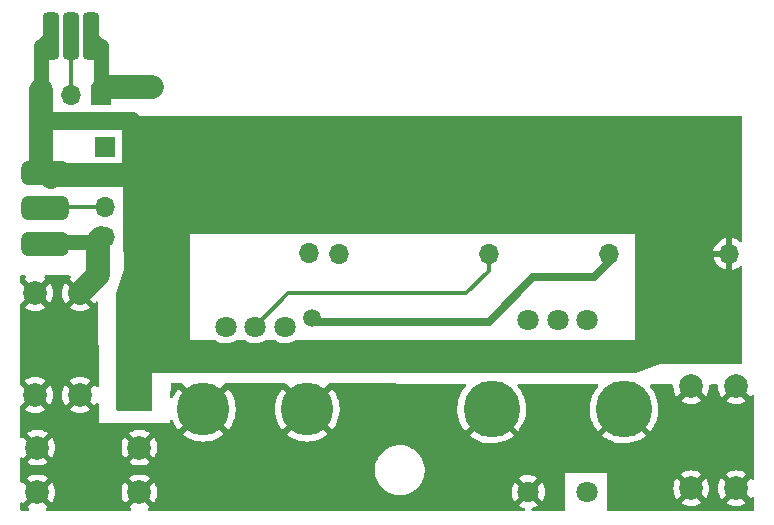
<source format=gbl>
G04 #@! TF.GenerationSoftware,KiCad,Pcbnew,(6.0.4)*
G04 #@! TF.CreationDate,2022-04-25T16:44:11-05:00*
G04 #@! TF.ProjectId,FireflyV1,46697265-666c-4795-9631-2e6b69636164,rev?*
G04 #@! TF.SameCoordinates,Original*
G04 #@! TF.FileFunction,Copper,L2,Bot*
G04 #@! TF.FilePolarity,Positive*
%FSLAX46Y46*%
G04 Gerber Fmt 4.6, Leading zero omitted, Abs format (unit mm)*
G04 Created by KiCad (PCBNEW (6.0.4)) date 2022-04-25 16:44:11*
%MOMM*%
%LPD*%
G01*
G04 APERTURE LIST*
G04 Aperture macros list*
%AMRoundRect*
0 Rectangle with rounded corners*
0 $1 Rounding radius*
0 $2 $3 $4 $5 $6 $7 $8 $9 X,Y pos of 4 corners*
0 Add a 4 corners polygon primitive as box body*
4,1,4,$2,$3,$4,$5,$6,$7,$8,$9,$2,$3,0*
0 Add four circle primitives for the rounded corners*
1,1,$1+$1,$2,$3*
1,1,$1+$1,$4,$5*
1,1,$1+$1,$6,$7*
1,1,$1+$1,$8,$9*
0 Add four rect primitives between the rounded corners*
20,1,$1+$1,$2,$3,$4,$5,0*
20,1,$1+$1,$4,$5,$6,$7,0*
20,1,$1+$1,$6,$7,$8,$9,0*
20,1,$1+$1,$8,$9,$2,$3,0*%
G04 Aperture macros list end*
G04 #@! TA.AperFunction,ComponentPad*
%ADD10C,1.800000*%
G04 #@! TD*
G04 #@! TA.AperFunction,ComponentPad*
%ADD11C,4.800000*%
G04 #@! TD*
G04 #@! TA.AperFunction,ComponentPad*
%ADD12R,1.700000X1.700000*%
G04 #@! TD*
G04 #@! TA.AperFunction,ComponentPad*
%ADD13O,1.700000X1.700000*%
G04 #@! TD*
G04 #@! TA.AperFunction,ComponentPad*
%ADD14C,2.010000*%
G04 #@! TD*
G04 #@! TA.AperFunction,ComponentPad*
%ADD15C,4.460000*%
G04 #@! TD*
G04 #@! TA.AperFunction,SMDPad,CuDef*
%ADD16RoundRect,0.337500X0.337500X-1.662500X0.337500X1.662500X-0.337500X1.662500X-0.337500X-1.662500X0*%
G04 #@! TD*
G04 #@! TA.AperFunction,SMDPad,CuDef*
%ADD17RoundRect,0.500000X-1.500000X-0.500000X1.500000X-0.500000X1.500000X0.500000X-1.500000X0.500000X0*%
G04 #@! TD*
G04 #@! TA.AperFunction,ViaPad*
%ADD18C,1.500000*%
G04 #@! TD*
G04 #@! TA.AperFunction,Conductor*
%ADD19C,1.500000*%
G04 #@! TD*
G04 #@! TA.AperFunction,Conductor*
%ADD20C,2.000000*%
G04 #@! TD*
G04 #@! TA.AperFunction,Conductor*
%ADD21C,1.300000*%
G04 #@! TD*
G04 #@! TA.AperFunction,Conductor*
%ADD22C,1.000000*%
G04 #@! TD*
G04 #@! TA.AperFunction,Conductor*
%ADD23C,0.300000*%
G04 #@! TD*
G04 #@! TA.AperFunction,Conductor*
%ADD24C,0.700000*%
G04 #@! TD*
G04 APERTURE END LIST*
D10*
X61873821Y-39320000D03*
X56873821Y-39320000D03*
X59373821Y-39320000D03*
X61873821Y-53820000D03*
X56873821Y-53820000D03*
D11*
X53773821Y-46820000D03*
X64973821Y-46820000D03*
D12*
X21000000Y-24660000D03*
D13*
X21000000Y-27200000D03*
X21000000Y-29740000D03*
X21000000Y-32280000D03*
D14*
X18921321Y-37000000D03*
X15121321Y-37000000D03*
X15121321Y-45640000D03*
X18921321Y-45640000D03*
X70673821Y-53540000D03*
X74473821Y-53540000D03*
X74473821Y-44900000D03*
X70673821Y-44900000D03*
X15313821Y-50082500D03*
X15313821Y-53882500D03*
X23953821Y-53882500D03*
X23953821Y-50082500D03*
D12*
X20703821Y-20250000D03*
D13*
X18163821Y-20250000D03*
X15623821Y-20250000D03*
X38330000Y-33650000D03*
X40870000Y-33690000D03*
X53570000Y-33690000D03*
X63730000Y-33690000D03*
X73890000Y-33690000D03*
D10*
X36253821Y-39840000D03*
X33753821Y-39840000D03*
X31253821Y-39840000D03*
D15*
X38153821Y-46840000D03*
X29353821Y-46840000D03*
D16*
X19853821Y-15250000D03*
X18153821Y-15250000D03*
X16453821Y-15250000D03*
D17*
X15993821Y-32840000D03*
X15993821Y-29840000D03*
X15993821Y-26840000D03*
D18*
X69569264Y-39000000D03*
X25000000Y-19560000D03*
X23000000Y-42000000D03*
X23000000Y-45900000D03*
X74000000Y-39000000D03*
X74000000Y-42000000D03*
X23000000Y-40000000D03*
X23000000Y-44000000D03*
X69730000Y-41940000D03*
X38574625Y-39074125D03*
D19*
X23283821Y-22400000D02*
X25083821Y-24200000D01*
X16383821Y-22400000D02*
X23283821Y-22400000D01*
X25083821Y-24200000D02*
X25123821Y-24200000D01*
X15623821Y-21640000D02*
X16383821Y-22400000D01*
D20*
X20720000Y-32380000D02*
X20433821Y-32666179D01*
D21*
X20720000Y-32380000D02*
X20460000Y-32640000D01*
D20*
X25000000Y-19560000D02*
X20923821Y-19560000D01*
D21*
X20460000Y-32640000D02*
X17633821Y-32640000D01*
D22*
X20703821Y-16100000D02*
X19853821Y-15250000D01*
D21*
X20703821Y-19780000D02*
X20703821Y-16100000D01*
D20*
X20433821Y-35487500D02*
X18921321Y-37000000D01*
X20433821Y-32666179D02*
X20433821Y-35487500D01*
D22*
X20923821Y-19560000D02*
X20703821Y-19780000D01*
D23*
X20433821Y-29740000D02*
X16093821Y-29740000D01*
X16093821Y-29740000D02*
X15993821Y-29840000D01*
X18163821Y-15260000D02*
X18153821Y-15250000D01*
X18163821Y-19780000D02*
X18163821Y-15260000D01*
D20*
X15623821Y-21640000D02*
X15623821Y-26470000D01*
D22*
X15623821Y-16080000D02*
X16453821Y-15250000D01*
X16453821Y-27200000D02*
X16093821Y-26840000D01*
D21*
X15623821Y-19780000D02*
X15623821Y-16080000D01*
D20*
X16453821Y-27200000D02*
X16653821Y-27000000D01*
X15623821Y-19780000D02*
X15623821Y-21640000D01*
X16653821Y-27000000D02*
X24603821Y-27000000D01*
D22*
X15623821Y-26470000D02*
X15993821Y-26840000D01*
D24*
X63730000Y-34360000D02*
X63730000Y-33690000D01*
X38574625Y-39074125D02*
X38930500Y-39430000D01*
X57260000Y-35680000D02*
X62410000Y-35680000D01*
X53510000Y-39430000D02*
X57260000Y-35680000D01*
X62410000Y-35680000D02*
X63730000Y-34360000D01*
X38930500Y-39430000D02*
X53510000Y-39430000D01*
D23*
X53570000Y-35093821D02*
X53570000Y-33690000D01*
X51623821Y-37040000D02*
X53570000Y-35093821D01*
X36553821Y-37040000D02*
X51623821Y-37040000D01*
X33753821Y-39840000D02*
X36553821Y-37040000D01*
G04 #@! TA.AperFunction,Conductor*
G36*
X14294756Y-35520002D02*
G01*
X14341249Y-35573658D01*
X14351353Y-35643932D01*
X14321859Y-35708512D01*
X14292469Y-35733433D01*
X14259239Y-35753796D01*
X14249778Y-35764253D01*
X14253562Y-35773031D01*
X15108509Y-36627978D01*
X15122453Y-36635592D01*
X15124286Y-36635461D01*
X15130901Y-36631210D01*
X15986037Y-35776074D01*
X15992797Y-35763694D01*
X15987069Y-35756043D01*
X15950173Y-35733433D01*
X15902541Y-35680786D01*
X15890934Y-35610744D01*
X15919037Y-35545546D01*
X15977927Y-35505892D01*
X16016007Y-35500000D01*
X18026635Y-35500000D01*
X18094756Y-35520002D01*
X18141249Y-35573658D01*
X18151353Y-35643932D01*
X18121859Y-35708512D01*
X18092469Y-35733433D01*
X18059239Y-35753796D01*
X18049778Y-35764253D01*
X18053562Y-35773031D01*
X18908509Y-36627978D01*
X18922453Y-36635592D01*
X18924286Y-36635461D01*
X18930901Y-36631210D01*
X19786037Y-35776074D01*
X19792797Y-35763694D01*
X19787069Y-35756043D01*
X19750173Y-35733433D01*
X19702541Y-35680786D01*
X19690934Y-35610744D01*
X19719037Y-35545546D01*
X19777927Y-35505892D01*
X19816007Y-35500000D01*
X20338186Y-35500000D01*
X20406307Y-35520002D01*
X20452800Y-35573658D01*
X20464185Y-35625633D01*
X20464620Y-35776074D01*
X20465782Y-36177504D01*
X20445978Y-36245683D01*
X20392457Y-36292331D01*
X20322212Y-36302638D01*
X20257546Y-36273332D01*
X20232350Y-36243704D01*
X20167524Y-36137917D01*
X20157068Y-36128457D01*
X20148290Y-36132241D01*
X19293343Y-36987188D01*
X19285729Y-37001132D01*
X19285860Y-37002965D01*
X19290111Y-37009580D01*
X20145247Y-37864716D01*
X20157627Y-37871476D01*
X20165277Y-37865749D01*
X20237087Y-37748566D01*
X20289735Y-37700935D01*
X20359776Y-37689328D01*
X20424974Y-37717431D01*
X20464628Y-37776321D01*
X20470519Y-37814033D01*
X20490825Y-44829783D01*
X20490908Y-44858506D01*
X20471104Y-44926685D01*
X20417583Y-44973333D01*
X20347338Y-44983640D01*
X20282673Y-44954334D01*
X20257476Y-44924706D01*
X20167524Y-44777917D01*
X20157068Y-44768457D01*
X20148290Y-44772241D01*
X19293343Y-45627188D01*
X19285729Y-45641132D01*
X19285860Y-45642965D01*
X19290111Y-45649580D01*
X20145247Y-46504716D01*
X20157627Y-46511476D01*
X20165277Y-46505749D01*
X20261976Y-46347950D01*
X20314624Y-46300319D01*
X20384665Y-46288712D01*
X20449863Y-46316815D01*
X20489517Y-46375705D01*
X20495408Y-46413420D01*
X20500000Y-48000000D01*
X26533821Y-48000000D01*
X26536623Y-47831436D01*
X26557755Y-47763657D01*
X26612176Y-47718062D01*
X26682608Y-47709128D01*
X26746690Y-47739690D01*
X26778112Y-47783187D01*
X26908270Y-48081817D01*
X26911712Y-48088573D01*
X27075172Y-48366627D01*
X27079395Y-48372912D01*
X27233881Y-48575338D01*
X27245407Y-48583800D01*
X27257472Y-48577139D01*
X28981799Y-46852812D01*
X28988177Y-46841132D01*
X29718229Y-46841132D01*
X29718360Y-46842965D01*
X29722611Y-46849580D01*
X31448429Y-48575398D01*
X31461552Y-48582564D01*
X31471854Y-48575174D01*
X31578981Y-48443589D01*
X31583385Y-48437462D01*
X31755511Y-48164658D01*
X31759159Y-48158022D01*
X31897255Y-47866537D01*
X31900080Y-47859510D01*
X32002162Y-47553529D01*
X32004116Y-47546237D01*
X32068701Y-47230208D01*
X32069768Y-47222707D01*
X32096041Y-46899682D01*
X32096246Y-46895204D01*
X32096802Y-46842221D01*
X32096692Y-46837789D01*
X32095322Y-46815068D01*
X35411156Y-46815068D01*
X35427193Y-47137212D01*
X35428024Y-47144741D01*
X35482646Y-47462622D01*
X35484379Y-47470009D01*
X35576794Y-47779023D01*
X35579397Y-47786136D01*
X35708270Y-48081817D01*
X35711712Y-48088573D01*
X35875172Y-48366627D01*
X35879395Y-48372912D01*
X36033881Y-48575338D01*
X36045407Y-48583800D01*
X36057472Y-48577139D01*
X37781799Y-46852812D01*
X37788177Y-46841132D01*
X38518229Y-46841132D01*
X38518360Y-46842965D01*
X38522611Y-46849580D01*
X40248429Y-48575398D01*
X40261552Y-48582564D01*
X40271854Y-48575174D01*
X40378981Y-48443589D01*
X40383385Y-48437462D01*
X40555511Y-48164658D01*
X40559159Y-48158022D01*
X40697255Y-47866537D01*
X40700080Y-47859510D01*
X40802162Y-47553529D01*
X40804116Y-47546237D01*
X40868701Y-47230208D01*
X40869768Y-47222707D01*
X40896041Y-46899682D01*
X40896246Y-46895204D01*
X40896802Y-46842221D01*
X40896692Y-46837789D01*
X40877186Y-46514242D01*
X40876278Y-46506740D01*
X40818326Y-46189424D01*
X40816525Y-46182091D01*
X40720870Y-45874031D01*
X40718198Y-45866960D01*
X40586236Y-45572646D01*
X40582719Y-45565919D01*
X40416360Y-45289598D01*
X40412070Y-45283354D01*
X40273186Y-45105272D01*
X40261394Y-45096803D01*
X40249681Y-45103350D01*
X38525843Y-46827188D01*
X38518229Y-46841132D01*
X37788177Y-46841132D01*
X37789413Y-46838868D01*
X37789282Y-46837035D01*
X37785031Y-46830420D01*
X36058918Y-45104307D01*
X36045983Y-45097244D01*
X36035421Y-45104904D01*
X35911998Y-45259790D01*
X35907642Y-45265988D01*
X35738393Y-45540562D01*
X35734813Y-45547238D01*
X35599776Y-45840156D01*
X35597027Y-45847207D01*
X35498156Y-46154234D01*
X35496273Y-46161567D01*
X35435003Y-46478248D01*
X35434016Y-46485747D01*
X35411235Y-46807487D01*
X35411156Y-46815068D01*
X32095322Y-46815068D01*
X32077186Y-46514242D01*
X32076278Y-46506740D01*
X32018326Y-46189424D01*
X32016525Y-46182091D01*
X31920870Y-45874031D01*
X31918198Y-45866960D01*
X31786236Y-45572646D01*
X31782719Y-45565919D01*
X31616360Y-45289598D01*
X31612070Y-45283354D01*
X31473186Y-45105272D01*
X31461394Y-45096803D01*
X31449681Y-45103350D01*
X29725843Y-46827188D01*
X29718229Y-46841132D01*
X28988177Y-46841132D01*
X28989413Y-46838868D01*
X28989282Y-46837035D01*
X28985031Y-46830420D01*
X27258918Y-45104307D01*
X27245983Y-45097244D01*
X27235421Y-45104904D01*
X27111998Y-45259790D01*
X27107642Y-45265988D01*
X26938393Y-45540562D01*
X26934813Y-45547238D01*
X26811462Y-45814807D01*
X26764778Y-45868296D01*
X26696586Y-45888055D01*
X26628537Y-45867810D01*
X26582236Y-45813989D01*
X26571053Y-45759962D01*
X26586513Y-44829783D01*
X26587935Y-44744233D01*
X26609067Y-44676454D01*
X26663488Y-44630859D01*
X26714250Y-44620327D01*
X27482749Y-44622349D01*
X27550816Y-44642531D01*
X27597168Y-44696308D01*
X27600538Y-44714375D01*
X27616952Y-44743921D01*
X29341009Y-46467978D01*
X29354953Y-46475592D01*
X29356786Y-46475461D01*
X29363401Y-46471210D01*
X31089742Y-44744869D01*
X31114777Y-44699022D01*
X31115040Y-44697814D01*
X31165242Y-44647611D01*
X31225959Y-44632197D01*
X36288478Y-44645517D01*
X36356545Y-44665699D01*
X36398292Y-44710329D01*
X36416954Y-44743923D01*
X38141009Y-46467978D01*
X38154953Y-46475592D01*
X38156786Y-46475461D01*
X38163401Y-46471210D01*
X39889742Y-44744869D01*
X39902812Y-44720933D01*
X39953015Y-44670730D01*
X40013730Y-44655318D01*
X51493838Y-44685523D01*
X51561904Y-44705705D01*
X51608256Y-44759482D01*
X51618175Y-44829783D01*
X51588636Y-44893517D01*
X51588801Y-44893646D01*
X51588252Y-44894346D01*
X51588019Y-44894849D01*
X51586561Y-44896503D01*
X51384109Y-45154699D01*
X51379977Y-45160644D01*
X51208541Y-45440404D01*
X51205120Y-45446783D01*
X51066973Y-45744397D01*
X51064313Y-45751116D01*
X50961289Y-46062633D01*
X50959412Y-46069637D01*
X50892877Y-46390922D01*
X50891820Y-46398082D01*
X50862653Y-46724882D01*
X50862425Y-46732134D01*
X50871014Y-47060123D01*
X50871620Y-47067339D01*
X50917852Y-47392176D01*
X50919281Y-47399265D01*
X51002541Y-47716632D01*
X51004781Y-47723527D01*
X51123964Y-48029214D01*
X51126979Y-48035801D01*
X51280512Y-48325776D01*
X51284258Y-48331961D01*
X51470101Y-48602364D01*
X51474543Y-48608090D01*
X51533443Y-48675607D01*
X51546616Y-48684011D01*
X51556467Y-48678144D01*
X53684726Y-46549885D01*
X53747038Y-46515859D01*
X53817853Y-46520924D01*
X53862916Y-46549885D01*
X55989094Y-48676063D01*
X56002448Y-48683355D01*
X56012420Y-48676301D01*
X56110049Y-48559537D01*
X56114359Y-48553734D01*
X56294504Y-48279490D01*
X56298118Y-48273228D01*
X56445546Y-47980099D01*
X56448419Y-47973461D01*
X56561176Y-47665340D01*
X56563272Y-47658399D01*
X56639865Y-47339364D01*
X56641149Y-47332225D01*
X56680665Y-47005683D01*
X56681089Y-47000113D01*
X56686661Y-46822797D01*
X56686588Y-46817204D01*
X56667653Y-46488816D01*
X56666821Y-46481626D01*
X56610410Y-46158403D01*
X56608755Y-46151348D01*
X56515571Y-45836767D01*
X56513115Y-45829942D01*
X56384389Y-45528148D01*
X56381168Y-45521659D01*
X56218599Y-45236646D01*
X56214667Y-45230591D01*
X56020414Y-44966147D01*
X56015804Y-44960576D01*
X55968165Y-44909310D01*
X55936446Y-44845793D01*
X55944102Y-44775211D01*
X55988702Y-44719972D01*
X56060797Y-44697539D01*
X62670353Y-44714929D01*
X62738420Y-44735111D01*
X62784772Y-44788888D01*
X62794691Y-44859189D01*
X62769175Y-44918676D01*
X62584109Y-45154699D01*
X62579977Y-45160644D01*
X62408541Y-45440404D01*
X62405120Y-45446783D01*
X62266973Y-45744397D01*
X62264313Y-45751116D01*
X62161289Y-46062633D01*
X62159412Y-46069637D01*
X62092877Y-46390922D01*
X62091820Y-46398082D01*
X62062653Y-46724882D01*
X62062425Y-46732134D01*
X62071014Y-47060123D01*
X62071620Y-47067339D01*
X62117852Y-47392176D01*
X62119281Y-47399265D01*
X62202541Y-47716632D01*
X62204781Y-47723527D01*
X62323964Y-48029214D01*
X62326979Y-48035801D01*
X62480512Y-48325776D01*
X62484258Y-48331961D01*
X62670101Y-48602364D01*
X62674543Y-48608090D01*
X62733443Y-48675607D01*
X62746616Y-48684011D01*
X62756467Y-48678144D01*
X64884726Y-46549885D01*
X64947038Y-46515859D01*
X65017853Y-46520924D01*
X65062916Y-46549885D01*
X67189094Y-48676063D01*
X67202448Y-48683355D01*
X67212420Y-48676301D01*
X67310049Y-48559537D01*
X67314359Y-48553734D01*
X67494504Y-48279490D01*
X67498118Y-48273228D01*
X67645546Y-47980099D01*
X67648419Y-47973461D01*
X67761176Y-47665340D01*
X67763272Y-47658399D01*
X67839865Y-47339364D01*
X67841149Y-47332225D01*
X67880665Y-47005683D01*
X67881089Y-47000113D01*
X67886661Y-46822797D01*
X67886588Y-46817204D01*
X67867653Y-46488816D01*
X67866821Y-46481626D01*
X67810410Y-46158403D01*
X67808755Y-46151348D01*
X67804299Y-46136306D01*
X69802345Y-46136306D01*
X69808072Y-46143956D01*
X69980590Y-46249675D01*
X69989384Y-46254156D01*
X70200260Y-46341504D01*
X70209645Y-46344553D01*
X70431591Y-46397838D01*
X70441338Y-46399381D01*
X70668891Y-46417290D01*
X70678751Y-46417290D01*
X70906304Y-46399381D01*
X70916051Y-46397838D01*
X71137997Y-46344553D01*
X71147382Y-46341504D01*
X71358258Y-46254156D01*
X71367052Y-46249675D01*
X71535904Y-46146203D01*
X71544858Y-46136306D01*
X73602345Y-46136306D01*
X73608072Y-46143956D01*
X73780590Y-46249675D01*
X73789384Y-46254156D01*
X74000260Y-46341504D01*
X74009645Y-46344553D01*
X74231591Y-46397838D01*
X74241338Y-46399381D01*
X74468891Y-46417290D01*
X74478751Y-46417290D01*
X74706304Y-46399381D01*
X74716051Y-46397838D01*
X74937997Y-46344553D01*
X74947382Y-46341504D01*
X75158258Y-46254156D01*
X75167052Y-46249675D01*
X75335904Y-46146203D01*
X75345364Y-46135747D01*
X75341580Y-46126969D01*
X74486633Y-45272022D01*
X74472689Y-45264408D01*
X74470856Y-45264539D01*
X74464241Y-45268790D01*
X73609105Y-46123926D01*
X73602345Y-46136306D01*
X71544858Y-46136306D01*
X71545364Y-46135747D01*
X71541580Y-46126969D01*
X70686633Y-45272022D01*
X70672689Y-45264408D01*
X70670856Y-45264539D01*
X70664241Y-45268790D01*
X69809105Y-46123926D01*
X69802345Y-46136306D01*
X67804299Y-46136306D01*
X67715571Y-45836767D01*
X67713115Y-45829942D01*
X67584389Y-45528148D01*
X67581168Y-45521659D01*
X67418599Y-45236646D01*
X67414667Y-45230591D01*
X67220414Y-44966147D01*
X67215804Y-44960576D01*
X67195615Y-44938849D01*
X67163897Y-44875332D01*
X67171553Y-44804749D01*
X67216155Y-44749511D01*
X67288247Y-44727079D01*
X67361415Y-44727271D01*
X69033417Y-44731671D01*
X69101483Y-44751852D01*
X69147835Y-44805629D01*
X69158696Y-44867554D01*
X69156531Y-44895067D01*
X69156531Y-44904930D01*
X69174440Y-45132483D01*
X69175983Y-45142230D01*
X69229268Y-45364176D01*
X69232317Y-45373561D01*
X69319665Y-45584437D01*
X69324146Y-45593231D01*
X69427618Y-45762083D01*
X69438074Y-45771543D01*
X69446852Y-45767759D01*
X70479137Y-44735474D01*
X70869533Y-44736502D01*
X71897747Y-45764716D01*
X71910127Y-45771476D01*
X71917777Y-45765749D01*
X72023496Y-45593231D01*
X72027977Y-45584437D01*
X72115325Y-45373561D01*
X72118374Y-45364176D01*
X72171659Y-45142230D01*
X72173202Y-45132483D01*
X72191111Y-44904930D01*
X72191111Y-44895072D01*
X72189625Y-44876193D01*
X72204221Y-44806713D01*
X72254063Y-44756153D01*
X72315568Y-44740306D01*
X72832631Y-44741667D01*
X72900697Y-44761848D01*
X72947049Y-44815625D01*
X72957909Y-44877554D01*
X72956531Y-44895060D01*
X72956531Y-44904930D01*
X72974440Y-45132483D01*
X72975983Y-45142230D01*
X73029268Y-45364176D01*
X73032317Y-45373561D01*
X73119665Y-45584437D01*
X73124146Y-45593231D01*
X73227618Y-45762083D01*
X73238074Y-45771543D01*
X73246852Y-45767759D01*
X74269165Y-44745446D01*
X74679557Y-44746526D01*
X75697747Y-45764716D01*
X75710127Y-45771476D01*
X75717777Y-45765749D01*
X75766567Y-45686131D01*
X75819215Y-45638500D01*
X75889256Y-45626893D01*
X75954454Y-45654996D01*
X75994108Y-45713886D01*
X76000000Y-45751966D01*
X76000000Y-52688034D01*
X75979998Y-52756155D01*
X75926342Y-52802648D01*
X75856068Y-52812752D01*
X75791488Y-52783258D01*
X75766567Y-52753869D01*
X75720024Y-52677917D01*
X75709568Y-52668457D01*
X75700790Y-52672241D01*
X74845843Y-53527188D01*
X74838229Y-53541132D01*
X74838360Y-53542965D01*
X74842611Y-53549580D01*
X75697747Y-54404716D01*
X75710127Y-54411476D01*
X75717777Y-54405749D01*
X75766567Y-54326131D01*
X75819215Y-54278500D01*
X75889256Y-54266893D01*
X75954454Y-54294996D01*
X75994108Y-54353886D01*
X76000000Y-54391966D01*
X76000000Y-55305500D01*
X75979998Y-55373621D01*
X75926342Y-55420114D01*
X75874000Y-55431500D01*
X63624548Y-55431500D01*
X63556427Y-55411498D01*
X63509934Y-55357842D01*
X63498548Y-55305440D01*
X63498800Y-54776306D01*
X69802345Y-54776306D01*
X69808072Y-54783956D01*
X69980590Y-54889675D01*
X69989384Y-54894156D01*
X70200260Y-54981504D01*
X70209645Y-54984553D01*
X70431591Y-55037838D01*
X70441338Y-55039381D01*
X70668891Y-55057290D01*
X70678751Y-55057290D01*
X70906304Y-55039381D01*
X70916051Y-55037838D01*
X71137997Y-54984553D01*
X71147382Y-54981504D01*
X71358258Y-54894156D01*
X71367052Y-54889675D01*
X71535904Y-54786203D01*
X71544858Y-54776306D01*
X73602345Y-54776306D01*
X73608072Y-54783956D01*
X73780590Y-54889675D01*
X73789384Y-54894156D01*
X74000260Y-54981504D01*
X74009645Y-54984553D01*
X74231591Y-55037838D01*
X74241338Y-55039381D01*
X74468891Y-55057290D01*
X74478751Y-55057290D01*
X74706304Y-55039381D01*
X74716051Y-55037838D01*
X74937997Y-54984553D01*
X74947382Y-54981504D01*
X75158258Y-54894156D01*
X75167052Y-54889675D01*
X75335904Y-54786203D01*
X75345364Y-54775747D01*
X75341580Y-54766969D01*
X74486633Y-53912022D01*
X74472689Y-53904408D01*
X74470856Y-53904539D01*
X74464241Y-53908790D01*
X73609105Y-54763926D01*
X73602345Y-54776306D01*
X71544858Y-54776306D01*
X71545364Y-54775747D01*
X71541580Y-54766969D01*
X70686633Y-53912022D01*
X70672689Y-53904408D01*
X70670856Y-53904539D01*
X70664241Y-53908790D01*
X69809105Y-54763926D01*
X69802345Y-54776306D01*
X63498800Y-54776306D01*
X63499387Y-53544930D01*
X69156531Y-53544930D01*
X69174440Y-53772483D01*
X69175983Y-53782230D01*
X69229268Y-54004176D01*
X69232317Y-54013561D01*
X69319665Y-54224437D01*
X69324146Y-54233231D01*
X69427618Y-54402083D01*
X69438074Y-54411543D01*
X69446852Y-54407759D01*
X70301799Y-53552812D01*
X70308177Y-53541132D01*
X71038229Y-53541132D01*
X71038360Y-53542965D01*
X71042611Y-53549580D01*
X71897747Y-54404716D01*
X71910127Y-54411476D01*
X71917777Y-54405749D01*
X72023496Y-54233231D01*
X72027977Y-54224437D01*
X72115325Y-54013561D01*
X72118374Y-54004176D01*
X72171659Y-53782230D01*
X72173202Y-53772483D01*
X72191111Y-53544930D01*
X72956531Y-53544930D01*
X72974440Y-53772483D01*
X72975983Y-53782230D01*
X73029268Y-54004176D01*
X73032317Y-54013561D01*
X73119665Y-54224437D01*
X73124146Y-54233231D01*
X73227618Y-54402083D01*
X73238074Y-54411543D01*
X73246852Y-54407759D01*
X74101799Y-53552812D01*
X74109413Y-53538868D01*
X74109282Y-53537035D01*
X74105031Y-53530420D01*
X73249895Y-52675284D01*
X73237515Y-52668524D01*
X73229865Y-52674251D01*
X73124146Y-52846769D01*
X73119665Y-52855563D01*
X73032317Y-53066439D01*
X73029268Y-53075824D01*
X72975983Y-53297770D01*
X72974440Y-53307517D01*
X72956531Y-53535070D01*
X72956531Y-53544930D01*
X72191111Y-53544930D01*
X72191111Y-53535070D01*
X72173202Y-53307517D01*
X72171659Y-53297770D01*
X72118374Y-53075824D01*
X72115325Y-53066439D01*
X72027977Y-52855563D01*
X72023496Y-52846769D01*
X71920024Y-52677917D01*
X71909568Y-52668457D01*
X71900790Y-52672241D01*
X71045843Y-53527188D01*
X71038229Y-53541132D01*
X70308177Y-53541132D01*
X70309413Y-53538868D01*
X70309282Y-53537035D01*
X70305031Y-53530420D01*
X69449895Y-52675284D01*
X69437515Y-52668524D01*
X69429865Y-52674251D01*
X69324146Y-52846769D01*
X69319665Y-52855563D01*
X69232317Y-53066439D01*
X69229268Y-53075824D01*
X69175983Y-53297770D01*
X69174440Y-53307517D01*
X69156531Y-53535070D01*
X69156531Y-53544930D01*
X63499387Y-53544930D01*
X63499432Y-53449661D01*
X63499977Y-52304253D01*
X69802278Y-52304253D01*
X69806062Y-52313031D01*
X70661009Y-53167978D01*
X70674953Y-53175592D01*
X70676786Y-53175461D01*
X70683401Y-53171210D01*
X71538537Y-52316074D01*
X71544992Y-52304253D01*
X73602278Y-52304253D01*
X73606062Y-52313031D01*
X74461009Y-53167978D01*
X74474953Y-53175592D01*
X74476786Y-53175461D01*
X74483401Y-53171210D01*
X75338537Y-52316074D01*
X75345297Y-52303694D01*
X75339570Y-52296044D01*
X75167052Y-52190325D01*
X75158258Y-52185844D01*
X74947382Y-52098496D01*
X74937997Y-52095447D01*
X74716051Y-52042162D01*
X74706304Y-52040619D01*
X74478751Y-52022710D01*
X74468891Y-52022710D01*
X74241338Y-52040619D01*
X74231591Y-52042162D01*
X74009645Y-52095447D01*
X74000260Y-52098496D01*
X73789384Y-52185844D01*
X73780590Y-52190325D01*
X73611738Y-52293797D01*
X73602278Y-52304253D01*
X71544992Y-52304253D01*
X71545297Y-52303694D01*
X71539570Y-52296044D01*
X71367052Y-52190325D01*
X71358258Y-52185844D01*
X71147382Y-52098496D01*
X71137997Y-52095447D01*
X70916051Y-52042162D01*
X70906304Y-52040619D01*
X70678751Y-52022710D01*
X70668891Y-52022710D01*
X70441338Y-52040619D01*
X70431591Y-52042162D01*
X70209645Y-52095447D01*
X70200260Y-52098496D01*
X69989384Y-52185844D01*
X69980590Y-52190325D01*
X69811738Y-52293797D01*
X69802278Y-52304253D01*
X63499977Y-52304253D01*
X63500000Y-52256843D01*
X63486413Y-52256855D01*
X63486412Y-52256855D01*
X61999252Y-52258197D01*
X60000000Y-52260000D01*
X60000000Y-55305500D01*
X59979998Y-55373621D01*
X59926342Y-55420114D01*
X59874000Y-55431500D01*
X57260895Y-55431500D01*
X57192774Y-55411498D01*
X57146281Y-55357842D01*
X57136177Y-55287568D01*
X57165671Y-55222988D01*
X57224688Y-55184814D01*
X57384378Y-55136905D01*
X57393973Y-55133144D01*
X57592599Y-55035838D01*
X57601457Y-55030559D01*
X57658918Y-54989572D01*
X57667318Y-54978874D01*
X57660331Y-54965721D01*
X56886632Y-54192021D01*
X56872689Y-54184408D01*
X56870855Y-54184539D01*
X56864241Y-54188790D01*
X56084001Y-54969031D01*
X56077244Y-54981406D01*
X56082525Y-54988461D01*
X56258901Y-55091527D01*
X56268184Y-55095974D01*
X56474824Y-55174883D01*
X56484721Y-55177759D01*
X56505711Y-55182029D01*
X56568476Y-55215211D01*
X56603339Y-55277058D01*
X56599230Y-55347936D01*
X56557454Y-55405340D01*
X56491275Y-55431046D01*
X56480591Y-55431500D01*
X24768546Y-55431500D01*
X24700425Y-55411498D01*
X24653932Y-55357842D01*
X24643828Y-55287568D01*
X24673322Y-55222988D01*
X24702711Y-55198067D01*
X24815904Y-55128703D01*
X24825364Y-55118247D01*
X24821580Y-55109469D01*
X23966633Y-54254522D01*
X23952689Y-54246908D01*
X23950856Y-54247039D01*
X23944241Y-54251290D01*
X23089105Y-55106426D01*
X23082345Y-55118806D01*
X23088072Y-55126456D01*
X23204931Y-55198067D01*
X23252562Y-55250715D01*
X23264169Y-55320756D01*
X23236066Y-55385954D01*
X23177176Y-55425608D01*
X23139096Y-55431500D01*
X16128546Y-55431500D01*
X16060425Y-55411498D01*
X16013932Y-55357842D01*
X16003828Y-55287568D01*
X16033322Y-55222988D01*
X16062711Y-55198067D01*
X16175904Y-55128703D01*
X16185364Y-55118247D01*
X16181580Y-55109469D01*
X15326633Y-54254522D01*
X15312689Y-54246908D01*
X15310856Y-54247039D01*
X15304241Y-54251290D01*
X14449105Y-55106426D01*
X14442345Y-55118806D01*
X14448072Y-55126456D01*
X14564931Y-55198067D01*
X14612562Y-55250715D01*
X14624169Y-55320756D01*
X14596066Y-55385954D01*
X14537176Y-55425608D01*
X14499096Y-55431500D01*
X13984500Y-55431500D01*
X13916379Y-55411498D01*
X13869886Y-55357842D01*
X13858500Y-55305500D01*
X13858500Y-54839298D01*
X13878502Y-54771177D01*
X13932158Y-54724684D01*
X14002432Y-54714580D01*
X14069032Y-54745862D01*
X14078074Y-54754043D01*
X14086852Y-54750259D01*
X14941799Y-53895312D01*
X14948177Y-53883632D01*
X15678229Y-53883632D01*
X15678360Y-53885465D01*
X15682611Y-53892080D01*
X16537747Y-54747216D01*
X16550127Y-54753976D01*
X16557777Y-54748249D01*
X16663496Y-54575731D01*
X16667977Y-54566937D01*
X16755325Y-54356061D01*
X16758374Y-54346676D01*
X16811659Y-54124730D01*
X16813202Y-54114983D01*
X16831111Y-53887430D01*
X22436531Y-53887430D01*
X22454440Y-54114983D01*
X22455983Y-54124730D01*
X22509268Y-54346676D01*
X22512317Y-54356061D01*
X22599665Y-54566937D01*
X22604146Y-54575731D01*
X22707618Y-54744583D01*
X22718074Y-54754043D01*
X22726852Y-54750259D01*
X23581799Y-53895312D01*
X23588177Y-53883632D01*
X24318229Y-53883632D01*
X24318360Y-53885465D01*
X24322611Y-53892080D01*
X25177747Y-54747216D01*
X25190127Y-54753976D01*
X25197777Y-54748249D01*
X25303496Y-54575731D01*
X25307977Y-54566937D01*
X25395325Y-54356061D01*
X25398374Y-54346676D01*
X25451659Y-54124730D01*
X25453202Y-54114983D01*
X25471111Y-53887430D01*
X25471111Y-53877570D01*
X25453202Y-53650017D01*
X25451659Y-53640270D01*
X25398374Y-53418324D01*
X25395325Y-53408939D01*
X25307977Y-53198063D01*
X25303496Y-53189269D01*
X25200024Y-53020417D01*
X25189568Y-53010957D01*
X25180790Y-53014741D01*
X24325843Y-53869688D01*
X24318229Y-53883632D01*
X23588177Y-53883632D01*
X23589413Y-53881368D01*
X23589282Y-53879535D01*
X23585031Y-53872920D01*
X22729895Y-53017784D01*
X22717515Y-53011024D01*
X22709865Y-53016751D01*
X22604146Y-53189269D01*
X22599665Y-53198063D01*
X22512317Y-53408939D01*
X22509268Y-53418324D01*
X22455983Y-53640270D01*
X22454440Y-53650017D01*
X22436531Y-53877570D01*
X22436531Y-53887430D01*
X16831111Y-53887430D01*
X16831111Y-53877570D01*
X16813202Y-53650017D01*
X16811659Y-53640270D01*
X16758374Y-53418324D01*
X16755325Y-53408939D01*
X16667977Y-53198063D01*
X16663496Y-53189269D01*
X16560024Y-53020417D01*
X16549568Y-53010957D01*
X16540790Y-53014741D01*
X15685843Y-53869688D01*
X15678229Y-53883632D01*
X14948177Y-53883632D01*
X14949413Y-53881368D01*
X14949282Y-53879535D01*
X14945031Y-53872920D01*
X14089895Y-53017784D01*
X14077515Y-53011024D01*
X14060009Y-53024129D01*
X13993489Y-53048940D01*
X13924115Y-53033849D01*
X13873913Y-52983647D01*
X13858500Y-52923261D01*
X13858500Y-52646753D01*
X14442278Y-52646753D01*
X14446062Y-52655531D01*
X15301009Y-53510478D01*
X15314953Y-53518092D01*
X15316786Y-53517961D01*
X15323401Y-53513710D01*
X16178537Y-52658574D01*
X16184992Y-52646753D01*
X23082278Y-52646753D01*
X23086062Y-52655531D01*
X23941009Y-53510478D01*
X23954953Y-53518092D01*
X23956786Y-53517961D01*
X23963401Y-53513710D01*
X24818537Y-52658574D01*
X24825297Y-52646194D01*
X24819570Y-52638544D01*
X24647052Y-52532825D01*
X24638258Y-52528344D01*
X24427382Y-52440996D01*
X24417997Y-52437947D01*
X24196051Y-52384662D01*
X24186304Y-52383119D01*
X23958751Y-52365210D01*
X23948891Y-52365210D01*
X23721338Y-52383119D01*
X23711591Y-52384662D01*
X23489645Y-52437947D01*
X23480260Y-52440996D01*
X23269384Y-52528344D01*
X23260590Y-52532825D01*
X23091738Y-52636297D01*
X23082278Y-52646753D01*
X16184992Y-52646753D01*
X16185297Y-52646194D01*
X16179570Y-52638544D01*
X16007052Y-52532825D01*
X15998258Y-52528344D01*
X15787382Y-52440996D01*
X15777997Y-52437947D01*
X15556051Y-52384662D01*
X15546304Y-52383119D01*
X15318751Y-52365210D01*
X15308891Y-52365210D01*
X15081338Y-52383119D01*
X15071591Y-52384662D01*
X14849645Y-52437947D01*
X14840260Y-52440996D01*
X14629384Y-52528344D01*
X14620590Y-52532825D01*
X14451738Y-52636297D01*
X14442278Y-52646753D01*
X13858500Y-52646753D01*
X13858500Y-52132703D01*
X43890743Y-52132703D01*
X43928268Y-52417734D01*
X44004129Y-52695036D01*
X44116923Y-52959476D01*
X44264561Y-53206161D01*
X44444313Y-53430528D01*
X44652851Y-53628423D01*
X44842936Y-53765013D01*
X44864278Y-53780349D01*
X44886317Y-53796186D01*
X44890112Y-53798195D01*
X44890113Y-53798196D01*
X44911869Y-53809715D01*
X45140392Y-53930712D01*
X45164699Y-53939607D01*
X45366788Y-54013561D01*
X45410373Y-54029511D01*
X45691264Y-54090755D01*
X45719841Y-54093004D01*
X45914282Y-54108307D01*
X45914291Y-54108307D01*
X45916739Y-54108500D01*
X46072271Y-54108500D01*
X46074407Y-54108354D01*
X46074418Y-54108354D01*
X46282548Y-54094165D01*
X46282554Y-54094164D01*
X46286825Y-54093873D01*
X46291020Y-54093004D01*
X46291022Y-54093004D01*
X46427583Y-54064724D01*
X46568342Y-54035574D01*
X46839343Y-53939607D01*
X47064560Y-53823364D01*
X47091005Y-53809715D01*
X47091006Y-53809715D01*
X47094812Y-53807750D01*
X47098313Y-53805289D01*
X47098317Y-53805287D01*
X47119160Y-53790638D01*
X55461714Y-53790638D01*
X55474448Y-54011468D01*
X55475882Y-54021670D01*
X55524506Y-54237439D01*
X55527594Y-54247292D01*
X55610807Y-54452220D01*
X55615455Y-54461421D01*
X55703918Y-54605781D01*
X55714374Y-54615242D01*
X55723152Y-54611458D01*
X56501800Y-53832811D01*
X56508177Y-53821132D01*
X57238229Y-53821132D01*
X57238360Y-53822966D01*
X57242611Y-53829580D01*
X58020128Y-54607096D01*
X58032134Y-54613652D01*
X58043873Y-54604684D01*
X58081831Y-54551859D01*
X58087142Y-54543020D01*
X58185139Y-54344737D01*
X58188938Y-54335142D01*
X58253236Y-54123517D01*
X58255415Y-54113436D01*
X58284523Y-53892338D01*
X58285042Y-53885663D01*
X58286565Y-53823364D01*
X58286371Y-53816646D01*
X58268100Y-53594400D01*
X58266417Y-53584238D01*
X58212531Y-53369708D01*
X58209210Y-53359953D01*
X58121014Y-53157118D01*
X58116136Y-53148020D01*
X58043045Y-53035038D01*
X58032359Y-53025835D01*
X58022794Y-53030238D01*
X57245842Y-53807189D01*
X57238229Y-53821132D01*
X56508177Y-53821132D01*
X56509413Y-53818868D01*
X56509282Y-53817034D01*
X56505031Y-53810420D01*
X55727683Y-53033073D01*
X55716151Y-53026776D01*
X55703869Y-53036399D01*
X55648288Y-53117877D01*
X55643200Y-53126833D01*
X55550073Y-53327459D01*
X55546510Y-53337146D01*
X55487402Y-53550280D01*
X55485471Y-53560400D01*
X55461966Y-53780349D01*
X55461714Y-53790638D01*
X47119160Y-53790638D01*
X47319243Y-53650017D01*
X47330023Y-53642441D01*
X47408403Y-53569606D01*
X47537479Y-53449661D01*
X47537481Y-53449658D01*
X47540622Y-53446740D01*
X47722713Y-53224268D01*
X47872927Y-52979142D01*
X47988483Y-52715898D01*
X48000347Y-52674251D01*
X48004204Y-52660711D01*
X56079329Y-52660711D01*
X56086072Y-52673040D01*
X56861010Y-53447979D01*
X56874953Y-53455592D01*
X56876787Y-53455461D01*
X56883401Y-53451210D01*
X57662815Y-52671795D01*
X57669832Y-52658944D01*
X57662058Y-52648274D01*
X57659723Y-52646430D01*
X57651141Y-52640729D01*
X57457499Y-52533833D01*
X57448093Y-52529606D01*
X57239593Y-52455772D01*
X57229630Y-52453140D01*
X57011868Y-52414350D01*
X57001617Y-52413381D01*
X56780437Y-52410679D01*
X56770153Y-52411399D01*
X56551514Y-52444855D01*
X56541487Y-52447244D01*
X56331247Y-52515961D01*
X56321737Y-52519958D01*
X56125546Y-52622089D01*
X56116828Y-52627578D01*
X56087782Y-52649386D01*
X56079329Y-52660711D01*
X48004204Y-52660711D01*
X48044298Y-52519958D01*
X48067244Y-52439406D01*
X48107751Y-52154784D01*
X48107845Y-52136951D01*
X48109235Y-51871583D01*
X48109235Y-51871576D01*
X48109257Y-51867297D01*
X48071732Y-51582266D01*
X48056628Y-51527053D01*
X48002365Y-51328703D01*
X47995871Y-51304964D01*
X47883077Y-51040524D01*
X47735439Y-50793839D01*
X47555687Y-50569472D01*
X47347149Y-50371577D01*
X47113683Y-50203814D01*
X47091843Y-50192250D01*
X47068654Y-50179972D01*
X46859608Y-50069288D01*
X46589627Y-49970489D01*
X46308736Y-49909245D01*
X46277685Y-49906801D01*
X46085718Y-49891693D01*
X46085709Y-49891693D01*
X46083261Y-49891500D01*
X45927729Y-49891500D01*
X45925593Y-49891646D01*
X45925582Y-49891646D01*
X45717452Y-49905835D01*
X45717446Y-49905836D01*
X45713175Y-49906127D01*
X45708980Y-49906996D01*
X45708978Y-49906996D01*
X45572417Y-49935276D01*
X45431658Y-49964426D01*
X45160657Y-50060393D01*
X44905188Y-50192250D01*
X44901687Y-50194711D01*
X44901683Y-50194713D01*
X44891594Y-50201804D01*
X44669977Y-50357559D01*
X44654892Y-50371577D01*
X44565633Y-50454522D01*
X44459378Y-50553260D01*
X44277287Y-50775732D01*
X44127073Y-51020858D01*
X44011517Y-51284102D01*
X44010342Y-51288229D01*
X44010341Y-51288230D01*
X44001631Y-51318806D01*
X43932756Y-51560594D01*
X43892249Y-51845216D01*
X43892227Y-51849505D01*
X43892226Y-51849512D01*
X43891319Y-52022710D01*
X43890743Y-52132703D01*
X13858500Y-52132703D01*
X13858500Y-51318806D01*
X14442345Y-51318806D01*
X14448072Y-51326456D01*
X14620590Y-51432175D01*
X14629384Y-51436656D01*
X14840260Y-51524004D01*
X14849645Y-51527053D01*
X15071591Y-51580338D01*
X15081338Y-51581881D01*
X15308891Y-51599790D01*
X15318751Y-51599790D01*
X15546304Y-51581881D01*
X15556051Y-51580338D01*
X15777997Y-51527053D01*
X15787382Y-51524004D01*
X15998258Y-51436656D01*
X16007052Y-51432175D01*
X16175904Y-51328703D01*
X16184858Y-51318806D01*
X23082345Y-51318806D01*
X23088072Y-51326456D01*
X23260590Y-51432175D01*
X23269384Y-51436656D01*
X23480260Y-51524004D01*
X23489645Y-51527053D01*
X23711591Y-51580338D01*
X23721338Y-51581881D01*
X23948891Y-51599790D01*
X23958751Y-51599790D01*
X24186304Y-51581881D01*
X24196051Y-51580338D01*
X24417997Y-51527053D01*
X24427382Y-51524004D01*
X24638258Y-51436656D01*
X24647052Y-51432175D01*
X24815904Y-51328703D01*
X24825364Y-51318247D01*
X24821580Y-51309469D01*
X23966633Y-50454522D01*
X23952689Y-50446908D01*
X23950856Y-50447039D01*
X23944241Y-50451290D01*
X23089105Y-51306426D01*
X23082345Y-51318806D01*
X16184858Y-51318806D01*
X16185364Y-51318247D01*
X16181580Y-51309469D01*
X15326633Y-50454522D01*
X15312689Y-50446908D01*
X15310856Y-50447039D01*
X15304241Y-50451290D01*
X14449105Y-51306426D01*
X14442345Y-51318806D01*
X13858500Y-51318806D01*
X13858500Y-51039298D01*
X13878502Y-50971177D01*
X13932158Y-50924684D01*
X14002432Y-50914580D01*
X14069032Y-50945862D01*
X14078074Y-50954043D01*
X14086852Y-50950259D01*
X14941799Y-50095312D01*
X14948177Y-50083632D01*
X15678229Y-50083632D01*
X15678360Y-50085465D01*
X15682611Y-50092080D01*
X16537747Y-50947216D01*
X16550127Y-50953976D01*
X16557777Y-50948249D01*
X16663496Y-50775731D01*
X16667977Y-50766937D01*
X16755325Y-50556061D01*
X16758374Y-50546676D01*
X16811659Y-50324730D01*
X16813202Y-50314983D01*
X16831111Y-50087430D01*
X22436531Y-50087430D01*
X22454440Y-50314983D01*
X22455983Y-50324730D01*
X22509268Y-50546676D01*
X22512317Y-50556061D01*
X22599665Y-50766937D01*
X22604146Y-50775731D01*
X22707618Y-50944583D01*
X22718074Y-50954043D01*
X22726852Y-50950259D01*
X23581799Y-50095312D01*
X23588177Y-50083632D01*
X24318229Y-50083632D01*
X24318360Y-50085465D01*
X24322611Y-50092080D01*
X25177747Y-50947216D01*
X25190127Y-50953976D01*
X25197777Y-50948249D01*
X25303496Y-50775731D01*
X25307977Y-50766937D01*
X25395325Y-50556061D01*
X25398374Y-50546676D01*
X25451659Y-50324730D01*
X25453202Y-50314983D01*
X25471111Y-50087430D01*
X25471111Y-50077570D01*
X25453202Y-49850017D01*
X25451659Y-49840270D01*
X25398374Y-49618324D01*
X25395325Y-49608939D01*
X25307977Y-49398063D01*
X25303496Y-49389269D01*
X25200024Y-49220417D01*
X25189568Y-49210957D01*
X25180790Y-49214741D01*
X24325843Y-50069688D01*
X24318229Y-50083632D01*
X23588177Y-50083632D01*
X23589413Y-50081368D01*
X23589282Y-50079535D01*
X23585031Y-50072920D01*
X22729895Y-49217784D01*
X22717515Y-49211024D01*
X22709865Y-49216751D01*
X22604146Y-49389269D01*
X22599665Y-49398063D01*
X22512317Y-49608939D01*
X22509268Y-49618324D01*
X22455983Y-49840270D01*
X22454440Y-49850017D01*
X22436531Y-50077570D01*
X22436531Y-50087430D01*
X16831111Y-50087430D01*
X16831111Y-50077570D01*
X16813202Y-49850017D01*
X16811659Y-49840270D01*
X16758374Y-49618324D01*
X16755325Y-49608939D01*
X16667977Y-49398063D01*
X16663496Y-49389269D01*
X16560024Y-49220417D01*
X16549568Y-49210957D01*
X16540790Y-49214741D01*
X15685843Y-50069688D01*
X15678229Y-50083632D01*
X14948177Y-50083632D01*
X14949413Y-50081368D01*
X14949282Y-50079535D01*
X14945031Y-50072920D01*
X14089895Y-49217784D01*
X14077515Y-49211024D01*
X14060009Y-49224129D01*
X13993489Y-49248940D01*
X13924115Y-49233849D01*
X13873913Y-49183647D01*
X13858500Y-49123261D01*
X13858500Y-48846753D01*
X14442278Y-48846753D01*
X14446062Y-48855531D01*
X15301009Y-49710478D01*
X15314953Y-49718092D01*
X15316786Y-49717961D01*
X15323401Y-49713710D01*
X16178537Y-48858574D01*
X16184992Y-48846753D01*
X23082278Y-48846753D01*
X23086062Y-48855531D01*
X23941009Y-49710478D01*
X23954953Y-49718092D01*
X23956786Y-49717961D01*
X23963401Y-49713710D01*
X24729353Y-48947758D01*
X27611187Y-48947758D01*
X27618712Y-48958191D01*
X27761894Y-49073518D01*
X27768078Y-49077912D01*
X28041745Y-49248586D01*
X28048416Y-49252208D01*
X28340611Y-49388772D01*
X28347665Y-49391565D01*
X28654154Y-49492036D01*
X28661486Y-49493960D01*
X28977835Y-49556885D01*
X28985333Y-49557913D01*
X29306959Y-49582379D01*
X29314522Y-49582497D01*
X29636748Y-49568147D01*
X29644289Y-49567355D01*
X29962455Y-49514397D01*
X29969833Y-49512707D01*
X30279356Y-49421903D01*
X30286451Y-49419349D01*
X30582816Y-49292020D01*
X30589589Y-49288614D01*
X30868494Y-49126612D01*
X30874809Y-49122416D01*
X31089546Y-48960308D01*
X31098002Y-48948917D01*
X31097366Y-48947758D01*
X36411187Y-48947758D01*
X36418712Y-48958191D01*
X36561894Y-49073518D01*
X36568078Y-49077912D01*
X36841745Y-49248586D01*
X36848416Y-49252208D01*
X37140611Y-49388772D01*
X37147665Y-49391565D01*
X37454154Y-49492036D01*
X37461486Y-49493960D01*
X37777835Y-49556885D01*
X37785333Y-49557913D01*
X38106959Y-49582379D01*
X38114522Y-49582497D01*
X38436748Y-49568147D01*
X38444289Y-49567355D01*
X38762455Y-49514397D01*
X38769833Y-49512707D01*
X39079356Y-49421903D01*
X39086451Y-49419349D01*
X39382816Y-49292020D01*
X39389589Y-49288614D01*
X39668494Y-49126612D01*
X39674809Y-49122416D01*
X39769559Y-49050888D01*
X51908473Y-49050888D01*
X51908491Y-49051141D01*
X51914405Y-49059884D01*
X51937973Y-49081329D01*
X51943600Y-49085886D01*
X52210046Y-49277346D01*
X52216176Y-49281236D01*
X52502853Y-49440799D01*
X52509373Y-49443951D01*
X52812501Y-49569510D01*
X52819352Y-49571896D01*
X53134884Y-49661778D01*
X53141973Y-49663363D01*
X53465757Y-49716385D01*
X53472963Y-49717142D01*
X53800698Y-49732597D01*
X53807948Y-49732521D01*
X54135277Y-49710207D01*
X54142486Y-49709296D01*
X54465087Y-49649505D01*
X54472117Y-49647778D01*
X54785724Y-49551300D01*
X54792501Y-49548780D01*
X55092952Y-49416891D01*
X55099387Y-49413612D01*
X55382671Y-49248075D01*
X55388720Y-49244056D01*
X55631224Y-49061979D01*
X55639502Y-49050888D01*
X63108473Y-49050888D01*
X63108491Y-49051141D01*
X63114405Y-49059884D01*
X63137973Y-49081329D01*
X63143600Y-49085886D01*
X63410046Y-49277346D01*
X63416176Y-49281236D01*
X63702853Y-49440799D01*
X63709373Y-49443951D01*
X64012501Y-49569510D01*
X64019352Y-49571896D01*
X64334884Y-49661778D01*
X64341973Y-49663363D01*
X64665757Y-49716385D01*
X64672963Y-49717142D01*
X65000698Y-49732597D01*
X65007948Y-49732521D01*
X65335277Y-49710207D01*
X65342486Y-49709296D01*
X65665087Y-49649505D01*
X65672117Y-49647778D01*
X65985724Y-49551300D01*
X65992501Y-49548780D01*
X66292952Y-49416891D01*
X66299387Y-49413612D01*
X66582671Y-49248075D01*
X66588720Y-49244056D01*
X66831224Y-49061979D01*
X66839678Y-49050652D01*
X66832933Y-49038322D01*
X64986633Y-47192022D01*
X64972689Y-47184408D01*
X64970856Y-47184539D01*
X64964241Y-47188790D01*
X63116087Y-49036944D01*
X63108473Y-49050888D01*
X55639502Y-49050888D01*
X55639678Y-49050652D01*
X55632933Y-49038322D01*
X53786633Y-47192022D01*
X53772689Y-47184408D01*
X53770856Y-47184539D01*
X53764241Y-47188790D01*
X51916087Y-49036944D01*
X51908473Y-49050888D01*
X39769559Y-49050888D01*
X39889546Y-48960308D01*
X39898002Y-48948917D01*
X39891284Y-48936673D01*
X38166633Y-47212022D01*
X38152689Y-47204408D01*
X38150856Y-47204539D01*
X38144241Y-47208790D01*
X36418302Y-48934729D01*
X36411187Y-48947758D01*
X31097366Y-48947758D01*
X31091284Y-48936673D01*
X29366633Y-47212022D01*
X29352689Y-47204408D01*
X29350856Y-47204539D01*
X29344241Y-47208790D01*
X27618302Y-48934729D01*
X27611187Y-48947758D01*
X24729353Y-48947758D01*
X24818537Y-48858574D01*
X24825297Y-48846194D01*
X24819570Y-48838544D01*
X24647052Y-48732825D01*
X24638258Y-48728344D01*
X24427382Y-48640996D01*
X24417997Y-48637947D01*
X24196051Y-48584662D01*
X24186304Y-48583119D01*
X23958751Y-48565210D01*
X23948891Y-48565210D01*
X23721338Y-48583119D01*
X23711591Y-48584662D01*
X23489645Y-48637947D01*
X23480260Y-48640996D01*
X23269384Y-48728344D01*
X23260590Y-48732825D01*
X23091738Y-48836297D01*
X23082278Y-48846753D01*
X16184992Y-48846753D01*
X16185297Y-48846194D01*
X16179570Y-48838544D01*
X16007052Y-48732825D01*
X15998258Y-48728344D01*
X15787382Y-48640996D01*
X15777997Y-48637947D01*
X15556051Y-48584662D01*
X15546304Y-48583119D01*
X15318751Y-48565210D01*
X15308891Y-48565210D01*
X15081338Y-48583119D01*
X15071591Y-48584662D01*
X14849645Y-48637947D01*
X14840260Y-48640996D01*
X14629384Y-48728344D01*
X14620590Y-48732825D01*
X14451738Y-48836297D01*
X14442278Y-48846753D01*
X13858500Y-48846753D01*
X13858500Y-46876306D01*
X14249845Y-46876306D01*
X14255572Y-46883956D01*
X14428090Y-46989675D01*
X14436884Y-46994156D01*
X14647760Y-47081504D01*
X14657145Y-47084553D01*
X14879091Y-47137838D01*
X14888838Y-47139381D01*
X15116391Y-47157290D01*
X15126251Y-47157290D01*
X15353804Y-47139381D01*
X15363551Y-47137838D01*
X15585497Y-47084553D01*
X15594882Y-47081504D01*
X15805758Y-46994156D01*
X15814552Y-46989675D01*
X15983404Y-46886203D01*
X15992358Y-46876306D01*
X18049845Y-46876306D01*
X18055572Y-46883956D01*
X18228090Y-46989675D01*
X18236884Y-46994156D01*
X18447760Y-47081504D01*
X18457145Y-47084553D01*
X18679091Y-47137838D01*
X18688838Y-47139381D01*
X18916391Y-47157290D01*
X18926251Y-47157290D01*
X19153804Y-47139381D01*
X19163551Y-47137838D01*
X19385497Y-47084553D01*
X19394882Y-47081504D01*
X19605758Y-46994156D01*
X19614552Y-46989675D01*
X19783404Y-46886203D01*
X19792864Y-46875747D01*
X19789080Y-46866969D01*
X18934133Y-46012022D01*
X18920189Y-46004408D01*
X18918356Y-46004539D01*
X18911741Y-46008790D01*
X18056605Y-46863926D01*
X18049845Y-46876306D01*
X15992358Y-46876306D01*
X15992864Y-46875747D01*
X15989080Y-46866969D01*
X15134133Y-46012022D01*
X15120189Y-46004408D01*
X15118356Y-46004539D01*
X15111741Y-46008790D01*
X14256605Y-46863926D01*
X14249845Y-46876306D01*
X13858500Y-46876306D01*
X13858500Y-46595801D01*
X13878502Y-46527680D01*
X13895405Y-46506706D01*
X14749299Y-45652812D01*
X14755677Y-45641132D01*
X15485729Y-45641132D01*
X15485860Y-45642965D01*
X15490111Y-45649580D01*
X16345247Y-46504716D01*
X16357627Y-46511476D01*
X16365277Y-46505749D01*
X16470996Y-46333231D01*
X16475477Y-46324437D01*
X16562825Y-46113561D01*
X16565874Y-46104176D01*
X16619159Y-45882230D01*
X16620702Y-45872483D01*
X16638611Y-45644930D01*
X17404031Y-45644930D01*
X17421940Y-45872483D01*
X17423483Y-45882230D01*
X17476768Y-46104176D01*
X17479817Y-46113561D01*
X17567165Y-46324437D01*
X17571646Y-46333231D01*
X17675118Y-46502083D01*
X17685574Y-46511543D01*
X17694352Y-46507759D01*
X18549299Y-45652812D01*
X18556913Y-45638868D01*
X18556782Y-45637035D01*
X18552531Y-45630420D01*
X17697395Y-44775284D01*
X17685015Y-44768524D01*
X17677365Y-44774251D01*
X17571646Y-44946769D01*
X17567165Y-44955563D01*
X17479817Y-45166439D01*
X17476768Y-45175824D01*
X17423483Y-45397770D01*
X17421940Y-45407517D01*
X17404031Y-45635070D01*
X17404031Y-45644930D01*
X16638611Y-45644930D01*
X16638611Y-45635070D01*
X16620702Y-45407517D01*
X16619159Y-45397770D01*
X16565874Y-45175824D01*
X16562825Y-45166439D01*
X16475477Y-44955563D01*
X16470996Y-44946769D01*
X16367524Y-44777917D01*
X16357068Y-44768457D01*
X16348290Y-44772241D01*
X15493343Y-45627188D01*
X15485729Y-45641132D01*
X14755677Y-45641132D01*
X14756913Y-45638868D01*
X14756782Y-45637035D01*
X14752531Y-45630420D01*
X13895405Y-44773294D01*
X13861379Y-44710982D01*
X13858500Y-44684199D01*
X13858500Y-44404253D01*
X14249778Y-44404253D01*
X14253562Y-44413031D01*
X15108509Y-45267978D01*
X15122453Y-45275592D01*
X15124286Y-45275461D01*
X15130901Y-45271210D01*
X15986037Y-44416074D01*
X15992492Y-44404253D01*
X18049778Y-44404253D01*
X18053562Y-44413031D01*
X18908509Y-45267978D01*
X18922453Y-45275592D01*
X18924286Y-45275461D01*
X18930901Y-45271210D01*
X19786037Y-44416074D01*
X19792797Y-44403694D01*
X19787070Y-44396044D01*
X19614552Y-44290325D01*
X19605758Y-44285844D01*
X19394882Y-44198496D01*
X19385497Y-44195447D01*
X19163551Y-44142162D01*
X19153804Y-44140619D01*
X18926251Y-44122710D01*
X18916391Y-44122710D01*
X18688838Y-44140619D01*
X18679091Y-44142162D01*
X18457145Y-44195447D01*
X18447760Y-44198496D01*
X18236884Y-44285844D01*
X18228090Y-44290325D01*
X18059238Y-44393797D01*
X18049778Y-44404253D01*
X15992492Y-44404253D01*
X15992797Y-44403694D01*
X15987070Y-44396044D01*
X15814552Y-44290325D01*
X15805758Y-44285844D01*
X15594882Y-44198496D01*
X15585497Y-44195447D01*
X15363551Y-44142162D01*
X15353804Y-44140619D01*
X15126251Y-44122710D01*
X15116391Y-44122710D01*
X14888838Y-44140619D01*
X14879091Y-44142162D01*
X14657145Y-44195447D01*
X14647760Y-44198496D01*
X14436884Y-44285844D01*
X14428090Y-44290325D01*
X14259238Y-44393797D01*
X14249778Y-44404253D01*
X13858500Y-44404253D01*
X13858500Y-38236306D01*
X14249845Y-38236306D01*
X14255572Y-38243956D01*
X14428090Y-38349675D01*
X14436884Y-38354156D01*
X14647760Y-38441504D01*
X14657145Y-38444553D01*
X14879091Y-38497838D01*
X14888838Y-38499381D01*
X15116391Y-38517290D01*
X15126251Y-38517290D01*
X15353804Y-38499381D01*
X15363551Y-38497838D01*
X15585497Y-38444553D01*
X15594882Y-38441504D01*
X15805758Y-38354156D01*
X15814552Y-38349675D01*
X15983404Y-38246203D01*
X15992358Y-38236306D01*
X18049845Y-38236306D01*
X18055572Y-38243956D01*
X18228090Y-38349675D01*
X18236884Y-38354156D01*
X18447760Y-38441504D01*
X18457145Y-38444553D01*
X18679091Y-38497838D01*
X18688838Y-38499381D01*
X18916391Y-38517290D01*
X18926251Y-38517290D01*
X19153804Y-38499381D01*
X19163551Y-38497838D01*
X19385497Y-38444553D01*
X19394882Y-38441504D01*
X19605758Y-38354156D01*
X19614552Y-38349675D01*
X19783404Y-38246203D01*
X19792864Y-38235747D01*
X19789080Y-38226969D01*
X18934133Y-37372022D01*
X18920189Y-37364408D01*
X18918356Y-37364539D01*
X18911741Y-37368790D01*
X18056605Y-38223926D01*
X18049845Y-38236306D01*
X15992358Y-38236306D01*
X15992864Y-38235747D01*
X15989080Y-38226969D01*
X15134133Y-37372022D01*
X15120189Y-37364408D01*
X15118356Y-37364539D01*
X15111741Y-37368790D01*
X14256605Y-38223926D01*
X14249845Y-38236306D01*
X13858500Y-38236306D01*
X13858500Y-37955801D01*
X13878502Y-37887680D01*
X13895405Y-37866706D01*
X14749299Y-37012812D01*
X14755677Y-37001132D01*
X15485729Y-37001132D01*
X15485860Y-37002965D01*
X15490111Y-37009580D01*
X16345247Y-37864716D01*
X16357627Y-37871476D01*
X16365277Y-37865749D01*
X16470996Y-37693231D01*
X16475477Y-37684437D01*
X16562825Y-37473561D01*
X16565874Y-37464176D01*
X16619159Y-37242230D01*
X16620702Y-37232483D01*
X16638611Y-37004930D01*
X17404031Y-37004930D01*
X17421940Y-37232483D01*
X17423483Y-37242230D01*
X17476768Y-37464176D01*
X17479817Y-37473561D01*
X17567165Y-37684437D01*
X17571646Y-37693231D01*
X17675118Y-37862083D01*
X17685574Y-37871543D01*
X17694352Y-37867759D01*
X18549299Y-37012812D01*
X18556913Y-36998868D01*
X18556782Y-36997035D01*
X18552531Y-36990420D01*
X17697395Y-36135284D01*
X17685015Y-36128524D01*
X17677365Y-36134251D01*
X17571646Y-36306769D01*
X17567165Y-36315563D01*
X17479817Y-36526439D01*
X17476768Y-36535824D01*
X17423483Y-36757770D01*
X17421940Y-36767517D01*
X17404031Y-36995070D01*
X17404031Y-37004930D01*
X16638611Y-37004930D01*
X16638611Y-36995070D01*
X16620702Y-36767517D01*
X16619159Y-36757770D01*
X16565874Y-36535824D01*
X16562825Y-36526439D01*
X16475477Y-36315563D01*
X16470996Y-36306769D01*
X16367524Y-36137917D01*
X16357068Y-36128457D01*
X16348290Y-36132241D01*
X15493343Y-36987188D01*
X15485729Y-37001132D01*
X14755677Y-37001132D01*
X14756913Y-36998868D01*
X14756782Y-36997035D01*
X14752531Y-36990420D01*
X13895405Y-36133294D01*
X13861379Y-36070982D01*
X13858500Y-36044199D01*
X13858500Y-35626000D01*
X13878502Y-35557879D01*
X13932158Y-35511386D01*
X13984500Y-35500000D01*
X14226635Y-35500000D01*
X14294756Y-35520002D01*
G37*
G04 #@! TD.AperFunction*
G04 #@! TA.AperFunction,Conductor*
G36*
X74942121Y-22020002D02*
G01*
X74988614Y-22073658D01*
X75000000Y-22126000D01*
X75000000Y-32576040D01*
X74979998Y-32644161D01*
X74926342Y-32690654D01*
X74856068Y-32700758D01*
X74795908Y-32674922D01*
X74648139Y-32558222D01*
X74639552Y-32552517D01*
X74453117Y-32449599D01*
X74443705Y-32445369D01*
X74242959Y-32374280D01*
X74232988Y-32371646D01*
X74161837Y-32358972D01*
X74148540Y-32360432D01*
X74144000Y-32374989D01*
X74144000Y-35008517D01*
X74148064Y-35022359D01*
X74161478Y-35024393D01*
X74168184Y-35023534D01*
X74178262Y-35021392D01*
X74382255Y-34960191D01*
X74391842Y-34956433D01*
X74583095Y-34862739D01*
X74591945Y-34857464D01*
X74765328Y-34733792D01*
X74773193Y-34727145D01*
X74785060Y-34715319D01*
X74847431Y-34681403D01*
X74918238Y-34686591D01*
X74975000Y-34729237D01*
X74999694Y-34795800D01*
X75000000Y-34804570D01*
X75000000Y-42855219D01*
X74979998Y-42923340D01*
X74926342Y-42969833D01*
X74874344Y-42981219D01*
X68011936Y-42999967D01*
X68011934Y-42999967D01*
X68000000Y-43000000D01*
X66022530Y-43790988D01*
X65975735Y-43800000D01*
X25000000Y-43800000D01*
X25000000Y-46874000D01*
X24979998Y-46942121D01*
X24926342Y-46988614D01*
X24874000Y-47000000D01*
X22126000Y-47000000D01*
X22057879Y-46979998D01*
X22011386Y-46926342D01*
X22000000Y-46874000D01*
X22000000Y-37019668D01*
X22005995Y-36981266D01*
X22636872Y-35009776D01*
X22636872Y-35009774D01*
X22640000Y-35000000D01*
X22593846Y-32000000D01*
X28238557Y-32000000D01*
X28238585Y-32013610D01*
X28239982Y-32690654D01*
X28257126Y-41000000D01*
X30412940Y-41000000D01*
X30476509Y-41017212D01*
X30643143Y-41114584D01*
X30859515Y-41197209D01*
X30864581Y-41198240D01*
X30864582Y-41198240D01*
X30917667Y-41209040D01*
X31086477Y-41243385D01*
X31217145Y-41248176D01*
X31312770Y-41251683D01*
X31312774Y-41251683D01*
X31317934Y-41251872D01*
X31323054Y-41251216D01*
X31323056Y-41251216D01*
X31396091Y-41241860D01*
X31547668Y-41222442D01*
X31552616Y-41220957D01*
X31552623Y-41220956D01*
X31764568Y-41157369D01*
X31769511Y-41155886D01*
X31850057Y-41116427D01*
X31972870Y-41056262D01*
X31972873Y-41056260D01*
X31977505Y-41053991D01*
X31981703Y-41050996D01*
X31981709Y-41050993D01*
X32020363Y-41023421D01*
X32093531Y-41000000D01*
X32912940Y-41000000D01*
X32976509Y-41017212D01*
X33143143Y-41114584D01*
X33359515Y-41197209D01*
X33364581Y-41198240D01*
X33364582Y-41198240D01*
X33417667Y-41209040D01*
X33586477Y-41243385D01*
X33717145Y-41248176D01*
X33812770Y-41251683D01*
X33812774Y-41251683D01*
X33817934Y-41251872D01*
X33823054Y-41251216D01*
X33823056Y-41251216D01*
X33896091Y-41241860D01*
X34047668Y-41222442D01*
X34052616Y-41220957D01*
X34052623Y-41220956D01*
X34264568Y-41157369D01*
X34269511Y-41155886D01*
X34350057Y-41116427D01*
X34472870Y-41056262D01*
X34472873Y-41056260D01*
X34477505Y-41053991D01*
X34481703Y-41050996D01*
X34481709Y-41050993D01*
X34520363Y-41023421D01*
X34593531Y-41000000D01*
X35412940Y-41000000D01*
X35476509Y-41017212D01*
X35643143Y-41114584D01*
X35859515Y-41197209D01*
X35864581Y-41198240D01*
X35864582Y-41198240D01*
X35917667Y-41209040D01*
X36086477Y-41243385D01*
X36217145Y-41248176D01*
X36312770Y-41251683D01*
X36312774Y-41251683D01*
X36317934Y-41251872D01*
X36323054Y-41251216D01*
X36323056Y-41251216D01*
X36396091Y-41241860D01*
X36547668Y-41222442D01*
X36552616Y-41220957D01*
X36552623Y-41220956D01*
X36764568Y-41157369D01*
X36769511Y-41155886D01*
X36850057Y-41116427D01*
X36972870Y-41056262D01*
X36972873Y-41056260D01*
X36977505Y-41053991D01*
X36981703Y-41050996D01*
X36981709Y-41050993D01*
X37020363Y-41023421D01*
X37093531Y-41000000D01*
X65910000Y-41000000D01*
X65910028Y-40986520D01*
X65924520Y-33957966D01*
X72558257Y-33957966D01*
X72588565Y-34092446D01*
X72591645Y-34102275D01*
X72671770Y-34299603D01*
X72676413Y-34308794D01*
X72787694Y-34490388D01*
X72793777Y-34498699D01*
X72933213Y-34659667D01*
X72940580Y-34666883D01*
X73104434Y-34802916D01*
X73112881Y-34808831D01*
X73296756Y-34916279D01*
X73306042Y-34920729D01*
X73505001Y-34996703D01*
X73514899Y-34999579D01*
X73618250Y-35020606D01*
X73632299Y-35019410D01*
X73636000Y-35009065D01*
X73636000Y-33962115D01*
X73631525Y-33946876D01*
X73630135Y-33945671D01*
X73622452Y-33944000D01*
X72573225Y-33944000D01*
X72559694Y-33947973D01*
X72558257Y-33957966D01*
X65924520Y-33957966D01*
X65925621Y-33424183D01*
X72554389Y-33424183D01*
X72555912Y-33432607D01*
X72568292Y-33436000D01*
X73617885Y-33436000D01*
X73633124Y-33431525D01*
X73634329Y-33430135D01*
X73636000Y-33422452D01*
X73636000Y-32373102D01*
X73632082Y-32359758D01*
X73617806Y-32357771D01*
X73579324Y-32363660D01*
X73569288Y-32366051D01*
X73366868Y-32432212D01*
X73357359Y-32436209D01*
X73168463Y-32534542D01*
X73159738Y-32540036D01*
X72989433Y-32667905D01*
X72981726Y-32674748D01*
X72834590Y-32828717D01*
X72828104Y-32836727D01*
X72708098Y-33012649D01*
X72703000Y-33021623D01*
X72613338Y-33214783D01*
X72609775Y-33224470D01*
X72554389Y-33424183D01*
X65925621Y-33424183D01*
X65928520Y-32018117D01*
X65928520Y-32018116D01*
X65928557Y-32000000D01*
X28238557Y-32000000D01*
X22593846Y-32000000D01*
X22441968Y-22127937D01*
X22460920Y-22059518D01*
X22513854Y-22012205D01*
X22567953Y-22000000D01*
X74874000Y-22000000D01*
X74942121Y-22020002D01*
G37*
G04 #@! TD.AperFunction*
M02*

</source>
